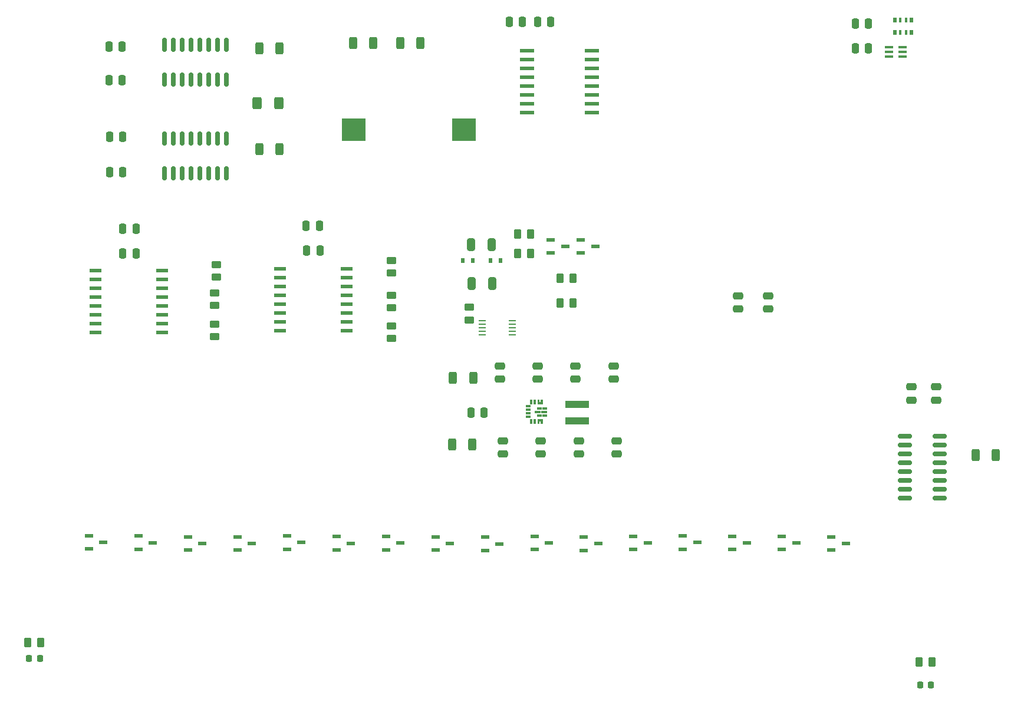
<source format=gbr>
%TF.GenerationSoftware,KiCad,Pcbnew,7.0.9*%
%TF.CreationDate,2024-04-09T00:12:48-04:00*%
%TF.ProjectId,RDL_revE4,52444c5f-7265-4764-9534-2e6b69636164,Rev E4*%
%TF.SameCoordinates,Original*%
%TF.FileFunction,Paste,Top*%
%TF.FilePolarity,Positive*%
%FSLAX46Y46*%
G04 Gerber Fmt 4.6, Leading zero omitted, Abs format (unit mm)*
G04 Created by KiCad (PCBNEW 7.0.9) date 2024-04-09 00:12:48*
%MOMM*%
%LPD*%
G01*
G04 APERTURE LIST*
G04 Aperture macros list*
%AMRoundRect*
0 Rectangle with rounded corners*
0 $1 Rounding radius*
0 $2 $3 $4 $5 $6 $7 $8 $9 X,Y pos of 4 corners*
0 Add a 4 corners polygon primitive as box body*
4,1,4,$2,$3,$4,$5,$6,$7,$8,$9,$2,$3,0*
0 Add four circle primitives for the rounded corners*
1,1,$1+$1,$2,$3*
1,1,$1+$1,$4,$5*
1,1,$1+$1,$6,$7*
1,1,$1+$1,$8,$9*
0 Add four rect primitives between the rounded corners*
20,1,$1+$1,$2,$3,$4,$5,0*
20,1,$1+$1,$4,$5,$6,$7,0*
20,1,$1+$1,$6,$7,$8,$9,0*
20,1,$1+$1,$8,$9,$2,$3,0*%
G04 Aperture macros list end*
%ADD10C,0.010000*%
%ADD11R,1.168400X0.355600*%
%ADD12RoundRect,0.250000X-0.250000X-0.475000X0.250000X-0.475000X0.250000X0.475000X-0.250000X0.475000X0*%
%ADD13RoundRect,0.250000X0.475000X-0.250000X0.475000X0.250000X-0.475000X0.250000X-0.475000X-0.250000X0*%
%ADD14R,1.803400X0.533400*%
%ADD15RoundRect,0.250000X-0.262500X-0.450000X0.262500X-0.450000X0.262500X0.450000X-0.262500X0.450000X0*%
%ADD16RoundRect,0.250000X0.250000X0.475000X-0.250000X0.475000X-0.250000X-0.475000X0.250000X-0.475000X0*%
%ADD17RoundRect,0.041300X0.983700X0.253700X-0.983700X0.253700X-0.983700X-0.253700X0.983700X-0.253700X0*%
%ADD18RoundRect,0.250000X0.450000X-0.262500X0.450000X0.262500X-0.450000X0.262500X-0.450000X-0.262500X0*%
%ADD19RoundRect,0.250000X-0.312500X-0.625000X0.312500X-0.625000X0.312500X0.625000X-0.312500X0.625000X0*%
%ADD20RoundRect,0.250000X0.325000X0.650000X-0.325000X0.650000X-0.325000X-0.650000X0.325000X-0.650000X0*%
%ADD21R,1.300000X0.600000*%
%ADD22R,0.600000X0.800000*%
%ADD23RoundRect,0.250000X0.262500X0.450000X-0.262500X0.450000X-0.262500X-0.450000X0.262500X-0.450000X0*%
%ADD24RoundRect,0.250000X-0.475000X0.250000X-0.475000X-0.250000X0.475000X-0.250000X0.475000X0.250000X0*%
%ADD25RoundRect,0.150000X0.150000X-0.850000X0.150000X0.850000X-0.150000X0.850000X-0.150000X-0.850000X0*%
%ADD26RoundRect,0.218750X0.218750X0.256250X-0.218750X0.256250X-0.218750X-0.256250X0.218750X-0.256250X0*%
%ADD27RoundRect,0.002500X-0.297500X-0.122500X0.297500X-0.122500X0.297500X0.122500X-0.297500X0.122500X0*%
%ADD28RoundRect,0.002500X-0.122500X-0.297500X0.122500X-0.297500X0.122500X0.297500X-0.122500X0.297500X0*%
%ADD29RoundRect,0.250000X0.400000X0.625000X-0.400000X0.625000X-0.400000X-0.625000X0.400000X-0.625000X0*%
%ADD30R,1.100000X0.250000*%
%ADD31R,3.500000X3.300000*%
%ADD32R,0.500000X0.800000*%
%ADD33R,0.400000X0.800000*%
%ADD34R,3.400000X0.980000*%
%ADD35RoundRect,0.218750X-0.218750X-0.256250X0.218750X-0.256250X0.218750X0.256250X-0.218750X0.256250X0*%
%ADD36RoundRect,0.250000X0.312500X0.625000X-0.312500X0.625000X-0.312500X-0.625000X0.312500X-0.625000X0*%
%ADD37RoundRect,0.150000X-0.850000X-0.150000X0.850000X-0.150000X0.850000X0.150000X-0.850000X0.150000X0*%
G04 APERTURE END LIST*
%TO.C,U8*%
D10*
X160482500Y-105899500D02*
X159762500Y-105899500D01*
X159762500Y-105649500D01*
X160482500Y-105649500D01*
X160482500Y-105899500D01*
G36*
X160482500Y-105899500D02*
G01*
X159762500Y-105899500D01*
X159762500Y-105649500D01*
X160482500Y-105649500D01*
X160482500Y-105899500D01*
G37*
X160658000Y-105399500D02*
X160083000Y-105399500D01*
X160083000Y-105149500D01*
X160658000Y-105149500D01*
X160658000Y-105399500D01*
G36*
X160658000Y-105399500D02*
G01*
X160083000Y-105399500D01*
X160083000Y-105149500D01*
X160658000Y-105149500D01*
X160658000Y-105399500D01*
G37*
X160658000Y-106399500D02*
X160083000Y-106399500D01*
X160083000Y-106149500D01*
X160658000Y-106149500D01*
X160658000Y-106399500D01*
G36*
X160658000Y-106399500D02*
G01*
X160083000Y-106399500D01*
X160083000Y-106149500D01*
X160658000Y-106149500D01*
X160658000Y-106399500D01*
G37*
X161402500Y-105899500D02*
X160682500Y-105899500D01*
X160682500Y-105649500D01*
X161402500Y-105649500D01*
X161402500Y-105899500D01*
G36*
X161402500Y-105899500D02*
G01*
X160682500Y-105899500D01*
X160682500Y-105649500D01*
X161402500Y-105649500D01*
X161402500Y-105899500D01*
G37*
X161433000Y-105399500D02*
X160858000Y-105399500D01*
X160858000Y-105149500D01*
X161433000Y-105149500D01*
X161433000Y-105399500D01*
G36*
X161433000Y-105399500D02*
G01*
X160858000Y-105399500D01*
X160858000Y-105149500D01*
X161433000Y-105149500D01*
X161433000Y-105399500D01*
G37*
X161433000Y-106399500D02*
X160858000Y-106399500D01*
X160858000Y-106149500D01*
X161433000Y-106149500D01*
X161433000Y-106399500D01*
G36*
X161433000Y-106399500D02*
G01*
X160858000Y-106399500D01*
X160858000Y-106149500D01*
X161433000Y-106149500D01*
X161433000Y-106399500D01*
G37*
X160882500Y-107474500D02*
X160632500Y-107474500D01*
X160632500Y-107124500D01*
X160382500Y-107124500D01*
X160382500Y-107474500D01*
X160132500Y-107474500D01*
X160132500Y-106874500D01*
X160882500Y-106874500D01*
X160882500Y-107474500D01*
G36*
X160882500Y-107474500D02*
G01*
X160632500Y-107474500D01*
X160632500Y-107124500D01*
X160382500Y-107124500D01*
X160382500Y-107474500D01*
X160132500Y-107474500D01*
X160132500Y-106874500D01*
X160882500Y-106874500D01*
X160882500Y-107474500D01*
G37*
X160382500Y-104424500D02*
X160632500Y-104424500D01*
X160632500Y-104074500D01*
X160882500Y-104074500D01*
X160882500Y-104674500D01*
X160132500Y-104674500D01*
X160132500Y-104074500D01*
X160382500Y-104074500D01*
X160382500Y-104424500D01*
G36*
X160382500Y-104424500D02*
G01*
X160632500Y-104424500D01*
X160632500Y-104074500D01*
X160882500Y-104074500D01*
X160882500Y-104674500D01*
X160132500Y-104674500D01*
X160132500Y-104074500D01*
X160382500Y-104074500D01*
X160382500Y-104424500D01*
G37*
%TD*%
D11*
%TO.C,U3*%
X210616800Y-53452000D03*
X210616800Y-54102000D03*
X210616800Y-54752000D03*
X212547200Y-54752000D03*
X212547200Y-54102000D03*
X212547200Y-53452000D03*
%TD*%
D12*
%TO.C,C2*%
X160152000Y-49784000D03*
X162052000Y-49784000D03*
%TD*%
D13*
%TO.C,C18*%
X160181500Y-101114500D03*
X160181500Y-99214500D03*
%TD*%
D14*
%TO.C,U9*%
X106243200Y-94401600D03*
X106243200Y-93131600D03*
X106243200Y-91861600D03*
X106243200Y-90591600D03*
X106243200Y-89321600D03*
X106243200Y-88051600D03*
X106243200Y-86781600D03*
X106243200Y-85511600D03*
X96692800Y-85511600D03*
X96692800Y-86781600D03*
X96692800Y-88051600D03*
X96692800Y-89321600D03*
X96692800Y-90591600D03*
X96692800Y-91861600D03*
X96692800Y-93131600D03*
X96692800Y-94401600D03*
%TD*%
D12*
%TO.C,C5*%
X98618000Y-53340000D03*
X100518000Y-53340000D03*
%TD*%
D15*
%TO.C,R11*%
X157329500Y-80264000D03*
X159154500Y-80264000D03*
%TD*%
D16*
%TO.C,C3*%
X207706000Y-53594000D03*
X205806000Y-53594000D03*
%TD*%
D17*
%TO.C,U1*%
X167977000Y-62865000D03*
X167977000Y-61595000D03*
X167977000Y-60325000D03*
X167977000Y-59055000D03*
X167977000Y-57785000D03*
X167977000Y-56515000D03*
X167977000Y-55245000D03*
X167977000Y-53975000D03*
X158667000Y-53975000D03*
X158667000Y-55245000D03*
X158667000Y-56515000D03*
X158667000Y-57785000D03*
X158667000Y-59055000D03*
X158667000Y-60325000D03*
X158667000Y-61595000D03*
X158667000Y-62865000D03*
%TD*%
D18*
%TO.C,R13*%
X139192000Y-95289500D03*
X139192000Y-93464500D03*
%TD*%
D19*
%TO.C,R4*%
X120203500Y-68072000D03*
X123128500Y-68072000D03*
%TD*%
D20*
%TO.C,C9*%
X153562000Y-81788000D03*
X150612000Y-81788000D03*
%TD*%
D13*
%TO.C,C17*%
X154739100Y-101114500D03*
X154739100Y-99214500D03*
%TD*%
D15*
%TO.C,R12*%
X157329500Y-83058000D03*
X159154500Y-83058000D03*
%TD*%
D21*
%TO.C,Q11*%
X166816900Y-123804000D03*
X166816900Y-125704000D03*
X168916900Y-124754000D03*
%TD*%
%TO.C,Q4*%
X117042500Y-123777300D03*
X117042500Y-125677300D03*
X119142500Y-124727300D03*
%TD*%
D19*
%TO.C,R3*%
X120203500Y-53594000D03*
X123128500Y-53594000D03*
%TD*%
D21*
%TO.C,Q8*%
X145485000Y-123790600D03*
X145485000Y-125690600D03*
X147585000Y-124740600D03*
%TD*%
D22*
%TO.C,FB1*%
X149417000Y-84074000D03*
X150817000Y-84074000D03*
%TD*%
D16*
%TO.C,C1*%
X157988000Y-49784000D03*
X156088000Y-49784000D03*
%TD*%
D23*
%TO.C,R14*%
X216787000Y-141732000D03*
X214962000Y-141732000D03*
%TD*%
D24*
%TO.C,C27*%
X171524000Y-109982000D03*
X171524000Y-111882000D03*
%TD*%
D13*
%TO.C,C20*%
X165624000Y-101114500D03*
X165624000Y-99214500D03*
%TD*%
D25*
%TO.C,U2*%
X106569800Y-58090500D03*
X107839800Y-58090500D03*
X109109800Y-58090500D03*
X110379800Y-58090500D03*
X111649800Y-58090500D03*
X112919800Y-58090500D03*
X114189800Y-58090500D03*
X115459800Y-58090500D03*
X115459800Y-53090500D03*
X114189800Y-53090500D03*
X112919800Y-53090500D03*
X111649800Y-53090500D03*
X110379800Y-53090500D03*
X109109800Y-53090500D03*
X107839800Y-53090500D03*
X106569800Y-53090500D03*
%TD*%
D26*
%TO.C,D1*%
X88671500Y-141224000D03*
X87096500Y-141224000D03*
%TD*%
D18*
%TO.C,R16*%
X139192000Y-85891500D03*
X139192000Y-84066500D03*
%TD*%
D21*
%TO.C,Q13*%
X181038100Y-123630600D03*
X181038100Y-125530600D03*
X183138100Y-124580600D03*
%TD*%
D27*
%TO.C,U8*%
X158832500Y-105024500D03*
X158832500Y-105524500D03*
X158832500Y-106024500D03*
X158832500Y-106524500D03*
D28*
X159257500Y-107174500D03*
X159757500Y-107174500D03*
X159757500Y-104374500D03*
X159257500Y-104374500D03*
%TD*%
D21*
%TO.C,Q18*%
X166336000Y-81092000D03*
X166336000Y-82992000D03*
X168436000Y-82042000D03*
%TD*%
D29*
%TO.C,R5*%
X122962000Y-61468000D03*
X119862000Y-61468000D03*
%TD*%
D18*
%TO.C,R20*%
X113792000Y-90537500D03*
X113792000Y-88712500D03*
%TD*%
D21*
%TO.C,Q9*%
X152595600Y-123817300D03*
X152595600Y-125717300D03*
X154695600Y-124767300D03*
%TD*%
D18*
%TO.C,R19*%
X113792000Y-95033000D03*
X113792000Y-93208000D03*
%TD*%
%TO.C,R21*%
X114046000Y-86473500D03*
X114046000Y-84648500D03*
%TD*%
%TO.C,R7*%
X150368000Y-92606500D03*
X150368000Y-90781500D03*
%TD*%
D12*
%TO.C,C13*%
X126934000Y-79046900D03*
X128834000Y-79046900D03*
%TD*%
D24*
%TO.C,C21*%
X213868000Y-102240000D03*
X213868000Y-104140000D03*
%TD*%
D21*
%TO.C,Q5*%
X124153100Y-123644000D03*
X124153100Y-125544000D03*
X126253100Y-124594000D03*
%TD*%
%TO.C,Q17*%
X162018000Y-81092000D03*
X162018000Y-82992000D03*
X164118000Y-82042000D03*
%TD*%
%TO.C,Q2*%
X102821200Y-123657300D03*
X102821200Y-125557300D03*
X104921200Y-124607300D03*
%TD*%
D23*
%TO.C,R17*%
X165250500Y-86614000D03*
X163425500Y-86614000D03*
%TD*%
D24*
%TO.C,C25*%
X166080700Y-109982000D03*
X166080700Y-111882000D03*
%TD*%
D21*
%TO.C,Q12*%
X173927500Y-123710600D03*
X173927500Y-125610600D03*
X176027500Y-124660600D03*
%TD*%
%TO.C,Q16*%
X202370000Y-123764000D03*
X202370000Y-125664000D03*
X204470000Y-124714000D03*
%TD*%
D30*
%TO.C,U5*%
X152223000Y-92726000D03*
X152223000Y-93226000D03*
X152223000Y-93726000D03*
X152223000Y-94226000D03*
X152223000Y-94726000D03*
X156523000Y-94726000D03*
X156523000Y-94226000D03*
X156523000Y-93726000D03*
X156523000Y-93226000D03*
X156523000Y-92726000D03*
%TD*%
D13*
%TO.C,C12*%
X193294000Y-91054000D03*
X193294000Y-89154000D03*
%TD*%
%TO.C,C11*%
X188976000Y-91054000D03*
X188976000Y-89154000D03*
%TD*%
D12*
%TO.C,C15*%
X100574000Y-79542600D03*
X102474000Y-79542600D03*
%TD*%
D21*
%TO.C,Q6*%
X131263700Y-123737300D03*
X131263700Y-125637300D03*
X133363700Y-124687300D03*
%TD*%
D14*
%TO.C,U7*%
X132725200Y-94159900D03*
X132725200Y-92889900D03*
X132725200Y-91619900D03*
X132725200Y-90349900D03*
X132725200Y-89079900D03*
X132725200Y-87809900D03*
X132725200Y-86539900D03*
X132725200Y-85269900D03*
X123174800Y-85269900D03*
X123174800Y-86539900D03*
X123174800Y-87809900D03*
X123174800Y-89079900D03*
X123174800Y-90349900D03*
X123174800Y-91619900D03*
X123174800Y-92889900D03*
X123174800Y-94159900D03*
%TD*%
D16*
%TO.C,C4*%
X207706000Y-50038000D03*
X205806000Y-50038000D03*
%TD*%
D21*
%TO.C,Q3*%
X109931900Y-123750600D03*
X109931900Y-125650600D03*
X112031900Y-124700600D03*
%TD*%
%TO.C,Q7*%
X138374400Y-123724000D03*
X138374400Y-125624000D03*
X140474400Y-124674000D03*
%TD*%
D25*
%TO.C,U4*%
X106568000Y-66576900D03*
X107838000Y-66576900D03*
X109108000Y-66576900D03*
X110378000Y-66576900D03*
X111648000Y-66576900D03*
X112918000Y-66576900D03*
X114188000Y-66576900D03*
X115458000Y-66576900D03*
X115458000Y-71576900D03*
X114188000Y-71576900D03*
X112918000Y-71576900D03*
X111648000Y-71576900D03*
X110378000Y-71576900D03*
X109108000Y-71576900D03*
X107838000Y-71576900D03*
X106568000Y-71576900D03*
%TD*%
D21*
%TO.C,Q1*%
X95710600Y-123617300D03*
X95710600Y-125517300D03*
X97810600Y-124567300D03*
%TD*%
D12*
%TO.C,C6*%
X98684000Y-66294000D03*
X100584000Y-66294000D03*
%TD*%
D16*
%TO.C,C26*%
X152490000Y-105884500D03*
X150590000Y-105884500D03*
%TD*%
D18*
%TO.C,R15*%
X139192000Y-90868000D03*
X139192000Y-89043000D03*
%TD*%
D24*
%TO.C,C19*%
X217424000Y-102240000D03*
X217424000Y-104140000D03*
%TD*%
D22*
%TO.C,FB2*%
X153419000Y-84074000D03*
X154819000Y-84074000D03*
%TD*%
D13*
%TO.C,C22*%
X171066400Y-101114500D03*
X171066400Y-99214500D03*
%TD*%
D12*
%TO.C,C7*%
X98618000Y-58166000D03*
X100518000Y-58166000D03*
%TD*%
D19*
%TO.C,R10*%
X147889500Y-110512500D03*
X150814500Y-110512500D03*
%TD*%
D15*
%TO.C,R6*%
X86971500Y-138938000D03*
X88796500Y-138938000D03*
%TD*%
D31*
%TO.C,BAT1*%
X149570700Y-65278000D03*
X133770700Y-65278000D03*
%TD*%
D24*
%TO.C,C23*%
X155194000Y-109982000D03*
X155194000Y-111882000D03*
%TD*%
D21*
%TO.C,Q15*%
X195259400Y-123670600D03*
X195259400Y-125570600D03*
X197359400Y-124620600D03*
%TD*%
D12*
%TO.C,C16*%
X100584000Y-83098600D03*
X102484000Y-83098600D03*
%TD*%
D32*
%TO.C,RN1*%
X211468000Y-51330000D03*
D33*
X212268000Y-51330000D03*
X213068000Y-51330000D03*
D32*
X213868000Y-51330000D03*
X213868000Y-49530000D03*
D33*
X213068000Y-49530000D03*
X212268000Y-49530000D03*
D32*
X211468000Y-49530000D03*
%TD*%
D34*
%TO.C,L1*%
X165862000Y-104733000D03*
X165862000Y-107103000D03*
%TD*%
D19*
%TO.C,R1*%
X133665500Y-52832000D03*
X136590500Y-52832000D03*
%TD*%
D12*
%TO.C,C8*%
X98684000Y-71374000D03*
X100584000Y-71374000D03*
%TD*%
D24*
%TO.C,C24*%
X160637300Y-109982000D03*
X160637300Y-111882000D03*
%TD*%
D19*
%TO.C,R2*%
X140426200Y-52832000D03*
X143351200Y-52832000D03*
%TD*%
D20*
%TO.C,C10*%
X153611000Y-87376000D03*
X150661000Y-87376000D03*
%TD*%
D12*
%TO.C,C14*%
X127000000Y-82602900D03*
X128900000Y-82602900D03*
%TD*%
D21*
%TO.C,Q10*%
X159706200Y-123684000D03*
X159706200Y-125584000D03*
X161806200Y-124634000D03*
%TD*%
D35*
%TO.C,D2*%
X215087000Y-145034000D03*
X216662000Y-145034000D03*
%TD*%
D36*
%TO.C,R9*%
X150938900Y-100926500D03*
X148013900Y-100926500D03*
%TD*%
D21*
%TO.C,Q14*%
X188148700Y-123697300D03*
X188148700Y-125597300D03*
X190248700Y-124647300D03*
%TD*%
D23*
%TO.C,R18*%
X165250500Y-90170000D03*
X163425500Y-90170000D03*
%TD*%
D37*
%TO.C,U6*%
X212956000Y-109330200D03*
X212956000Y-110600200D03*
X212956000Y-111870200D03*
X212956000Y-113140200D03*
X212956000Y-114410200D03*
X212956000Y-115680200D03*
X212956000Y-116950200D03*
X212956000Y-118220200D03*
X217956000Y-118220200D03*
X217956000Y-116950200D03*
X217956000Y-115680200D03*
X217956000Y-114410200D03*
X217956000Y-113140200D03*
X217956000Y-111870200D03*
X217956000Y-110600200D03*
X217956000Y-109330200D03*
%TD*%
D19*
%TO.C,R8*%
X223073500Y-112014000D03*
X225998500Y-112014000D03*
%TD*%
M02*

</source>
